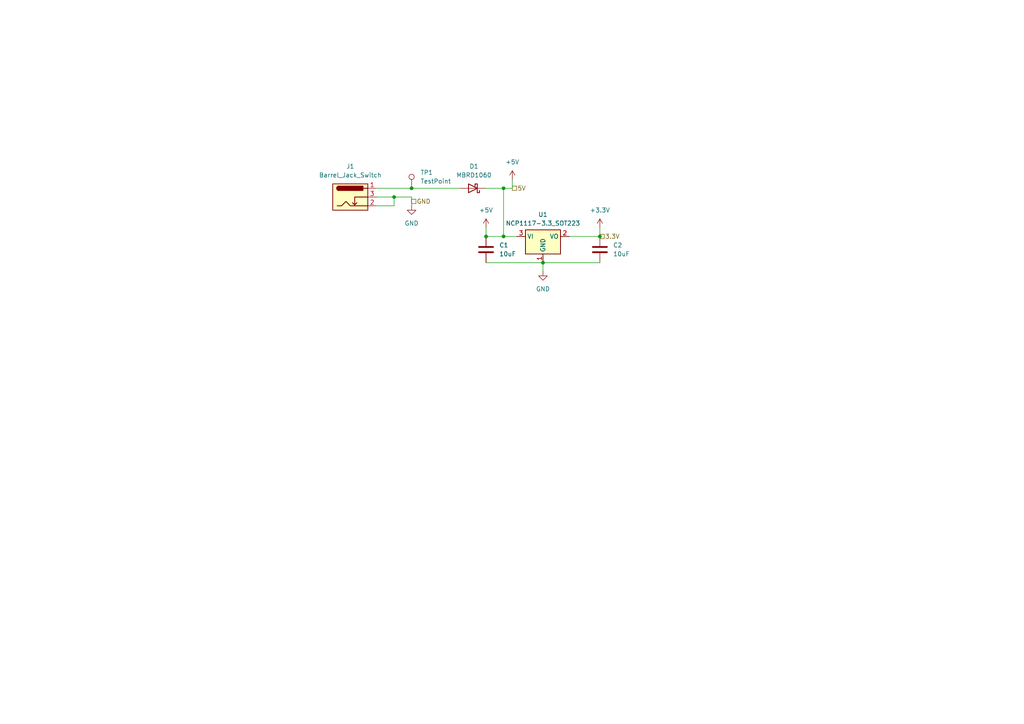
<source format=kicad_sch>
(kicad_sch (version 20230121) (generator eeschema)
  (paper "A4")
  (title_block (title "ConnectorX") (date "2023-11-14") (rev "2") (company "Evan Rust"))
  (lib_symbols
    (symbol "Connector:Barrel_Jack_Switch" (pin_names hide)
      (property "Reference" "J" (at 0 5.334 0))
      (property "Value" "Barrel_Jack_Switch" (at 0 -5.08 0))
      (symbol "Barrel_Jack_Switch_0_1"
        (rectangle (start -5.08 3.81) (end 5.08 -3.81) (stroke (width 0.254)) (fill (type background)))
        (arc (start -3.302 3.175) (mid -3.9343 2.54) (end -3.302 1.905) (stroke (width 0.254)))
        (arc (start -3.302 3.175) (mid -3.9343 2.54) (end -3.302 1.905) (stroke (width 0.254)) (fill (type outline)))
        (polyline (pts (xy 1.27 -2.286) (xy 1.905 -1.651)) (stroke (width 0.254)))
        (polyline (pts (xy 5.08 2.54) (xy 3.81 2.54)) (stroke (width 0.254)))
        (polyline (pts (xy 5.08 0) (xy 1.27 0) (xy 1.27 -2.286) (xy 0.635 -1.651)) (stroke (width 0.254)))
        (polyline (pts (xy -3.81 -2.54) (xy -2.54 -2.54) (xy -1.27 -1.27) (xy 0 -2.54) (xy 2.54 -2.54) (xy 5.08 -2.54)) (stroke (width 0.254)))
        (rectangle (start 3.683 3.175) (end -3.302 1.905) (stroke (width 0.254)) (fill (type outline)))
      )
      (symbol "Barrel_Jack_Switch_1_1"
        (pin passive line (at 7.62 2.54 180) (length 2.54) (name "~") (number "1"))
        (pin passive line (at 7.62 -2.54 180) (length 2.54) (name "~") (number "2"))
        (pin passive line (at 7.62 0 180) (length 2.54) (name "~") (number "3"))
      )
    )
    (symbol "Connector:TestPoint" (pin_numbers hide) (pin_names (offset 0.762) hide)
      (property "Reference" "TP" (at 0 6.858 0))
      (property "Value" "TestPoint" (at 0 5.08 0))
      (symbol "TestPoint_0_1"
        (circle (center 0 3.302) (radius 0.762))
      )
      (symbol "TestPoint_1_1"
        (pin passive line (at 0 0 90) (length 2.54) (name "1") (number "1"))
      )
    )
    (symbol "Device:C" (pin_numbers hide) (pin_names (offset 0.254))
      (property "Reference" "C" (at 0.635 2.54 0))
      (property "Value" "C" (at 0.635 -2.54 0))
      (symbol "C_0_1"
        (polyline (pts (xy -2.032 -0.762) (xy 2.032 -0.762)) (stroke (width 0.508)))
        (polyline (pts (xy -2.032 0.762) (xy 2.032 0.762)) (stroke (width 0.508)))
      )
      (symbol "C_1_1"
        (pin passive line (at 0 3.81 270) (length 2.794) (name "~") (number "1"))
        (pin passive line (at 0 -3.81 90) (length 2.794) (name "~") (number "2"))
      )
    )
    (symbol "Diode:C3D10065E" (pin_numbers hide) (pin_names (offset 1.016) hide)
      (property "Reference" "D" (at 0 2.54 0))
      (property "Value" "C3D10065E" (at 0 -2.54 0))
      (symbol "C3D10065E_0_1"
        (polyline (pts (xy 1.27 0) (xy -1.27 0)))
        (polyline (pts (xy 1.27 1.27) (xy 1.27 -1.27) (xy -1.27 0) (xy 1.27 1.27)) (stroke (width 0.254)))
        (polyline (pts (xy -1.905 0.635) (xy -1.905 1.27) (xy -1.27 1.27) (xy -1.27 -1.27) (xy -0.635 -1.27) (xy -0.635 -0.635)) (stroke (width 0.254)))
      )
      (symbol "C3D10065E_1_1"
        (pin passive line (at -3.81 0 0) (length 2.54) (name "K") (number "1"))
        (pin passive line (at 3.81 0 180) (length 2.54) (name "A") (number "2"))
      )
    )
    (symbol "Regulator_Linear:NCP1117-3.3_SOT223"
      (property "Reference" "U" (at -3.81 3.175 0))
      (property "Value" "NCP1117-3.3_SOT223" (at 0 3.175 0))
      (symbol "NCP1117-3.3_SOT223_0_1"
        (rectangle (start -5.08 -5.08) (end 5.08 1.905) (stroke (width 0.254)) (fill (type background)))
      )
      (symbol "NCP1117-3.3_SOT223_1_1"
        (pin power_in line (at 0 -7.62 90) (length 2.54) (name "GND") (number "1"))
        (pin power_out line (at 7.62 0 180) (length 2.54) (name "VO") (number "2"))
        (pin power_in line (at -7.62 0 0) (length 2.54) (name "VI") (number "3"))
      )
    )
    (symbol "power:+3.3V" (power) (pin_names (offset 0))
      (property "Value" "+3.3V" (at 0 3.556 0))
      (symbol "+3.3V_0_1"
        (polyline (pts (xy -0.762 1.27) (xy 0 2.54)))
        (polyline (pts (xy 0 0) (xy 0 2.54)))
        (polyline (pts (xy 0 2.54) (xy 0.762 1.27)))
      )
      (symbol "+3.3V_1_1"
        (pin power_in line (at 0 0 90) (length 0) hide (name "+3.3V") (number "1"))
      )
    )
    (symbol "power:+5V" (power) (pin_names (offset 0))
      (property "Value" "+5V" (at 0 3.556 0))
      (symbol "+5V_0_1"
        (polyline (pts (xy -0.762 1.27) (xy 0 2.54)))
        (polyline (pts (xy 0 0) (xy 0 2.54)))
        (polyline (pts (xy 0 2.54) (xy 0.762 1.27)))
      )
      (symbol "+5V_1_1"
        (pin power_in line (at 0 0 90) (length 0) hide (name "+5V") (number "1"))
      )
    )
    (symbol "power:GND" (power) (pin_names (offset 0))
      (property "Value" "GND" (at 0 -3.81 0))
      (symbol "GND_0_1"
        (polyline (pts (xy 0 0) (xy 0 -1.27) (xy 1.27 -1.27) (xy 0 -2.54) (xy -1.27 -1.27) (xy 0 -1.27)))
      )
      (symbol "GND_1_1"
        (pin power_in line (at 0 0 270) (length 0) hide (name "GND") (number "1"))
      )
    )
  )
  (junction (at 146.05 54.61))
  (junction (at 140.97 68.58))
  (junction (at 157.48 76.2))
  (junction (at 146.05 68.58))
  (junction (at 119.38 54.61))
  (junction (at 173.99 68.58))
  (junction (at 114.3 57.15))
  (wire (pts (xy 146.05 54.61) (xy 146.05 68.58)))
  (wire (pts (xy 119.38 57.15) (xy 119.38 59.69)))
  (wire (pts (xy 114.3 57.15) (xy 119.38 57.15)))
  (wire (pts (xy 109.22 57.15) (xy 114.3 57.15)))
  (wire (pts (xy 146.05 54.61) (xy 148.59 54.61)))
  (wire (pts (xy 109.22 54.61) (xy 119.38 54.61)))
  (wire (pts (xy 157.48 76.2) (xy 157.48 78.74)))
  (wire (pts (xy 114.3 57.15) (xy 114.3 59.69)))
  (wire (pts (xy 165.1 68.58) (xy 173.99 68.58)))
  (wire (pts (xy 119.38 54.61) (xy 133.35 54.61)))
  (wire (pts (xy 140.97 76.2) (xy 157.48 76.2)))
  (wire (pts (xy 140.97 66.04) (xy 140.97 68.58)))
  (wire (pts (xy 146.05 68.58) (xy 149.86 68.58)))
  (wire (pts (xy 109.22 59.69) (xy 114.3 59.69)))
  (wire (pts (xy 148.59 52.07) (xy 148.59 54.61)))
  (wire (pts (xy 140.97 54.61) (xy 146.05 54.61)))
  (wire (pts (xy 173.99 66.04) (xy 173.99 68.58)))
  (wire (pts (xy 157.48 76.2) (xy 173.99 76.2)))
  (wire (pts (xy 140.97 68.58) (xy 146.05 68.58)))
  (hierarchical_label "3.3V" (shape passive) (at 173.99 68.58 0))
  (hierarchical_label "5V" (shape passive) (at 148.59 54.61 0))
  (hierarchical_label "GND" (shape passive) (at 119.38 58.42 0))
  (symbol (lib_id "Device:C") (at 173.99 72.39 0) (unit 1)
    (property "Reference" "C2" (at 177.8 71.12 0) (effects (justify left)))
    (property "Value" "10uF" (at 177.8 73.66 0) (effects (justify left)))
    (property "Footprint" "Capacitor_SMD:C_0603_1608Metric" (effects hide))
  )
  (symbol (lib_id "Device:C") (at 140.97 72.39 0) (unit 1)
    (property "Reference" "C1" (at 144.78 71.12 0) (effects (justify left)))
    (property "Value" "10uF" (at 144.78 73.66 0) (effects (justify left)))
    (property "Footprint" "Capacitor_SMD:C_0603_1608Metric" (effects hide))
  )
  (symbol (lib_id "power:GND") (at 157.48 78.74 0) (unit 1)
    (property "Reference" "#PWR03" (effects hide))
    (property "Value" "GND" (at 157.48 83.82 0))
  )
  (symbol (lib_id "Diode:C3D10065E") (at 137.16 54.61 180) (unit 1)
    (property "Reference" "D1" (at 137.4775 48.26 0))
    (property "Value" "MBRD1060" (at 137.4775 50.8 0))
    (property "Footprint" "Package_TO_SOT_SMD:TO-252-2" (effects hide))
    (property "Datasheet" "https://www.wolfspeed.com/media/downloads/127/C3D10065E.pdf" (effects hide))
  )
  (symbol (lib_id "Connector:TestPoint") (at 119.38 54.61 0) (unit 1)
    (property "Reference" "TP1" (at 121.92 50.038 0) (effects (justify left)))
    (property "Value" "TestPoint" (at 121.92 52.578 0) (effects (justify left)))
    (property "Footprint" "TestPoint:TestPoint_Pad_D2.5mm" (effects hide))
  )
  (symbol (lib_id "power:+5V") (at 148.59 52.07 0) (unit 1)
    (property "Reference" "#PWR02" (effects hide))
    (property "Value" "+5V" (at 148.59 46.99 0))
  )
  (symbol (lib_id "Connector:Barrel_Jack_Switch") (at 101.6 57.15 0) (unit 1)
    (property "Reference" "J1" (at 101.6 48.26 0))
    (property "Value" "Barrel_Jack_Switch" (at 101.6 50.8 0))
    (property "Footprint" "Connector_BarrelJack:BarrelJack_Horizontal" (effects hide))
  )
  (symbol (lib_id "power:+5V") (at 140.97 66.04 0) (unit 1)
    (property "Reference" "#PWR04" (effects hide))
    (property "Value" "+5V" (at 140.97 60.96 0))
  )
  (symbol (lib_id "Regulator_Linear:NCP1117-3.3_SOT223") (at 157.48 68.58 0) (unit 1)
    (property "Reference" "U1" (at 157.48 62.23 0))
    (property "Value" "NCP1117-3.3_SOT223" (at 157.48 64.77 0))
    (property "Footprint" "Package_TO_SOT_SMD:SOT-223-3_TabPin2" (effects hide))
    (property "Datasheet" "http://www.onsemi.com/pub_link/Collateral/NCP1117-D.PDF" (effects hide))
  )
  (symbol (lib_id "power:GND") (at 119.38 59.69 0) (unit 1)
    (property "Reference" "#PWR01" (effects hide))
    (property "Value" "GND" (at 119.38 64.77 0))
  )
  (symbol (lib_id "power:+3.3V") (at 173.99 66.04 0) (unit 1)
    (property "Reference" "#PWR05" (effects hide))
    (property "Value" "+3.3V" (at 173.99 60.96 0))
  )
)
</source>
